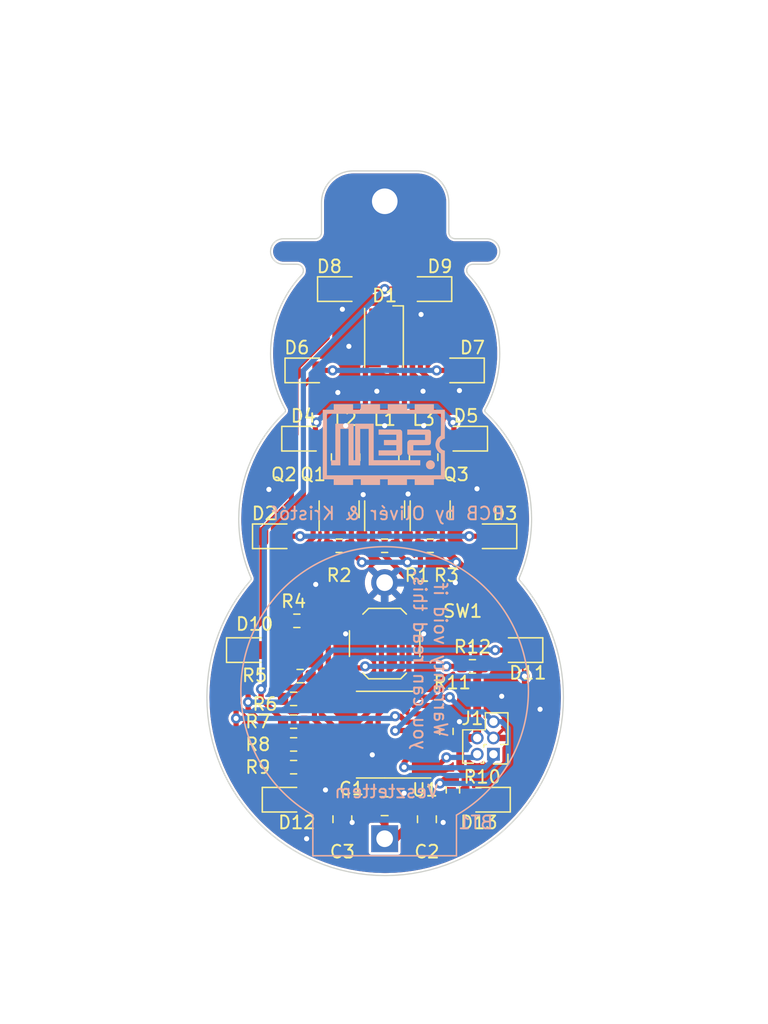
<source format=kicad_pcb>
(kicad_pcb (version 20221018) (generator pcbnew)
  (layers (0 "F.Cu" signal) (31 "B.Cu" signal) (34 "B.Paste" user) (35 "F.Paste" user) (36 "B.SilkS" user "B.Silkscreen") (37 "F.SilkS" user "F.Silkscreen") (38 "B.Mask" user) (39 "F.Mask" user) (44 "Edge.Cuts" user))
  (net 0 "")
  (net 1 "VCC")
  (net 2 "GND")
  (net 3 "/MPX2")
  (net 4 "Net-(D1-BK)")
  (net 5 "/MPX1")
  (net 6 "Net-(D1-GK)")
  (net 7 "Net-(D1-RK)")
  (net 8 "Net-(D2-A)")
  (net 9 "Net-(D4-A)")
  (net 10 "Net-(D6-A)")
  (net 11 "Net-(D8-A)")
  (net 12 "Net-(D10-A)")
  (net 13 "Net-(D12-A)")
  (net 14 "/SWC")
  (net 15 "/SWD")
  (net 16 "/nRST")
  (net 17 "/B")
  (net 18 "/R")
  (net 19 "/G")
  (net 20 "/L1")
  (net 21 "/L2")
  (net 22 "/L3")
  (net 23 "/L4")
  (net 24 "/L5")
  (net 25 "/L6")
  (net 26 "Net-(U1-PB6{slash}PF4-BOOT0)")
  (net 27 "Net-(SW1A-A)")
  (footprint "LED_SMD:LED_0805_2012Metric" (layer "F.Cu") (at 138.684 71.882 180)
    (fp_text reference "D3")
    (fp_text value "LED" hide)
  )
  (footprint "LED_SMD:LED_0805_2012Metric" (layer "F.Cu") (at 126.492 52.578)
    (fp_text reference "D8")
    (fp_text value "LED")
  )
  (footprint "Inductor_SMD:L_1008_2520Metric" (layer "F.Cu") (at 130.048 65.7075 90)
    (fp_text reference "L1")
    (fp_text value "L")
  )
  (footprint "kikit:Tab" (layer "F.Cu") (at 147.32 71.58 180)
    (fp_text reference "T1" hide)
    (fp_text value "Tab")
  )
  (footprint "LED_SMD:LED_0805_2012Metric" (layer "F.Cu") (at 123.952 58.928)
    (fp_text reference "D6")
    (fp_text value "LED" hide)
  )
  (footprint "Resistor_SMD:R_0603_1608Metric" (layer "F.Cu") (at 130.048 72.6245 180)
    (fp_text reference "R1")
    (fp_text value "100k")
  )
  (footprint "Resistor_SMD:R_0603_1608Metric" (layer "F.Cu") (at 135.382 91.694 90)
    (fp_text reference "R10")
    (fp_text value "100k")
  )
  (footprint "kikit:Tab" (layer "F.Cu") (at 111.76 71.58)
    (fp_text reference "T1" hide)
    (fp_text value "Tab")
  )
  (footprint "LED_SMD:LED_0805_2012Metric" (layer "F.Cu") (at 121.412 71.882)
    (fp_text reference "D2")
    (fp_text value "LED" hide)
  )
  (footprint "Resistor_SMD:R_0603_1608Metric" (layer "F.Cu") (at 122.936 88.138)
    (fp_text reference "R8")
    (fp_text value "1k")
  )
  (footprint "Resistor_SMD:R_0603_1608Metric" (layer "F.Cu") (at 134.874 87.122 -90)
    (fp_text reference "R11")
    (fp_text value "100k")
  )
  (footprint "LED_SMD:LED_0805_2012Metric" (layer "F.Cu") (at 122.174 92.456)
    (fp_text reference "D12")
    (fp_text value "LED")
  )
  (footprint "LED_SMD:LED_0805_2012Metric" (layer "F.Cu") (at 133.604 52.578 180)
    (fp_text reference "D9")
    (fp_text value "LED" hide)
  )
  (footprint "LED_SMD:LED_0805_2012Metric" (layer "F.Cu") (at 123.698 64.262)
    (fp_text reference "D4")
    (fp_text value "LED" hide)
  )
  (footprint "kikit:Tab" (layer "F.Cu") (at 130.175 99.588 90)
    (fp_text reference "T1" hide)
    (fp_text value "Tab")
  )
  (footprint "kikit:Tab" (layer "F.Cu") (at 130.048 41.89 -90)
    (fp_text reference "T1" hide)
    (fp_text value "Tab")
  )
  (footprint "LED_SMD:LED_0805_2012Metric" (layer "F.Cu") (at 136.398 64.262 180)
    (fp_text reference "D5")
    (fp_text value "LED")
  )
  (footprint "sajat:SOT-23" (layer "F.Cu") (at 133.604 69.7715 -90)
    (fp_text reference "Q3")
    (fp_text value "AO3401A")
  )
  (footprint "LED_SMD:LED_RGB_Wuerth-PLCC4_3.2x2.8mm_150141M173100" (layer "F.Cu") (at 129.9972 56.388 -90)
    (fp_text reference "D1")
    (fp_text value "LED_ARGB")
  )
  (footprint "karifa:ProgConnector_5pin" (layer "F.Cu") (at 138.547 88.905 180)
    (fp_text reference "J1")
    (fp_text value "Conn_2Rows-05Pins")
  )
  (footprint "Inductor_SMD:L_1008_2520Metric" (layer "F.Cu") (at 127 65.7075 90)
    (fp_text reference "L2")
    (fp_text value "L")
  )
  (footprint "Resistor_SMD:R_0603_1608Metric" (layer "F.Cu") (at 136.906 82.042)
    (fp_text reference "R12")
    (fp_text value "100k")
  )
  (footprint "Resistor_SMD:R_0603_1608Metric" (layer "F.Cu") (at 122.936 86.36)
    (fp_text reference "R7")
    (fp_text value "1k")
  )
  (footprint "sajat:SOT-23" (layer "F.Cu") (at 130.048 69.7715 -90)
    (fp_text reference "Q1")
    (fp_text value "AO3401A")
  )
  (footprint "LED_SMD:LED_0805_2012Metric" (layer "F.Cu") (at 140.716 80.772 180)
    (fp_text reference "D11")
    (fp_text value "LED" hide)
  )
  (footprint "Package_SO:TSSOP-20_4.4x6.5mm_P0.65mm" (layer "F.Cu") (at 130.048 87.376 180)
    (fp_text reference "U1")
    (fp_text value "PY32F002AF15P6TU")
  )
  (footprint "Button_Switch_SMD:SW_SPST_TL3342" (layer "F.Cu") (at 130.048 80.264 180)
    (fp_text reference "SW1")
    (fp_text value "SW_DPST_x2")
  )
  (footprint "Resistor_SMD:R_0603_1608Metric" (layer "F.Cu") (at 133.604 72.6245 180)
    (fp_text reference "R3")
    (fp_text value "100k")
  )
  (footprint "Resistor_SMD:R_0603_1608Metric" (layer "F.Cu") (at 122.936 89.916)
    (fp_text reference "R9")
    (fp_text value "1k")
  )
  (footprint "LED_SMD:LED_0805_2012Metric" (layer "F.Cu") (at 136.144 58.928 180)
    (fp_text reference "D7")
    (fp_text value "LED" hide)
  )
  (footprint "Capacitor_SMD:C_0805_2012Metric" (layer "F.Cu") (at 133.35 93.98 -90)
    (fp_text reference "C2")
    (fp_text value "10uF")
  )
  (footprint "Capacitor_SMD:C_0805_2012Metric" (layer "F.Cu") (at 130.048 92.964 180)
    (fp_text reference "C1")
    (fp_text value "100nF")
  )
  (footprint "LED_SMD:LED_0805_2012Metric" (layer "F.Cu") (at 138.176 92.456 180)
    (fp_text reference "D13")
    (fp_text value "LED")
  )
  (footprint "Capacitor_SMD:C_0805_2012Metric" (layer "F.Cu") (at 126.746 93.98 -90)
    (fp_text reference "C3")
    (fp_text value "10uF")
  )
  (footprint "Resistor_SMD:R_0603_1608Metric" (layer "F.Cu") (at 123.444 82.804)
    (fp_text reference "R5")
    (fp_text value "1k")
  )
  (footprint "sajat:SOT-23" (layer "F.Cu") (at 126.492 69.7715 -90)
    (fp_text reference "Q2")
    (fp_text value "AO3401A")
  )
  (footprint "LED_SMD:LED_0805_2012Metric" (layer "F.Cu") (at 119.38 80.772)
    (fp_text reference "D10")
    (fp_text value "LED")
  )
  (footprint "Resistor_SMD:R_0603_1608Metric" (layer "F.Cu") (at 122.936 84.582)
    (fp_text reference "R6")
    (fp_text value "1k")
  )
  (footprint "Resistor_SMD:R_0603_1608Metric" (layer "F.Cu") (at 126.492 72.6245 180)
    (fp_text reference "R2")
    (fp_text value "100k")
  )
  (footprint "Inductor_SMD:L_1008_2520Metric" (layer "F.Cu") (at 133.096 65.7075 90)
    (fp_text reference "L3")
    (fp_text value "L")
  )
  (footprint "Resistor_SMD:R_0603_1608Metric" (layer "F.Cu") (at 123.19 78.486)
    (fp_text reference "R4")
    (fp_text value "1k")
  )
  (footprint "karifa:CR2032_Holder" (layer "B.Cu") (at 130.048 95.504 90)
    (fp_text reference "BT1")
    (fp_text value "Battery")
  )
  (gr_poly (pts (xy 131.280358 63.549624) (xy 131.3279 63.583731) (xy 131.332982 63.587407) (xy 131.338131 63.591436) (xy 131.343315 63.595782) (xy 131.348506 63.600412) (xy 131.353673 63.605291) (xy 131.358785 63.610382) (xy 131.363813 63.615653) (xy 131.368725 63.621067) (xy 131.373492 63.62659) (xy 131.378083 63.632187) (xy 131.382469 63.637824) (xy 131.386618 63.643465) (xy 131.390501 63.649076) (xy 131.394087 63.654622) (xy 131.397346 63.660068) (xy 131.400247 63.665379) (xy 131.407752 63.683634) (xy 131.413392 63.709288) (xy 131.417434 63.752166) (xy 131.420143 63.822088) (xy 131.42263 64.08236) (xy 131.422985 64.568683) (xy 131.422985 65.421344) (xy 131.396113 65.471987) (xy 131.392563 65.478444) (xy 131.388883 65.484644) (xy 131.385063 65.490595) (xy 131.381095 65.496308) (xy 131.376969 65.50179) (xy 131.372677 65.507051) (xy 131.36821 65.5121) (xy 131.363557 65.516946) (xy 131.358711 65.521598) (xy 131.353662 65.526066) (xy 131.348401 65.530358) (xy 131.342919 65.534484) (xy 131.337207 65.538452) (xy 131.331255 65.542271) (xy 131.325056 65.545952) (xy 131.318599 65.549502) (xy 131.268989 65.576374) (xy 129.572969 65.576374) (xy 129.572969 65.16813) (xy 130.960998 65.16813) (xy 130.960998 64.770221) (xy 129.989481 64.770221) (xy 129.989481 64.361977) (xy 130.960998 64.361977) (xy 130.960998 63.952701) (xy 129.572969 63.952701) (xy 129.572969 63.543423)) (fill solid) (layer "B.SilkS"))
  (gr_poly (pts (xy 132.66942 63.546524) (xy 133.524149 63.549624) (xy 133.571691 63.583731) (xy 133.576773 63.587407) (xy 133.58192 63.591436) (xy 133.5871 63.595782) (xy 133.592281 63.600412) (xy 133.597432 63.605291) (xy 133.602521 63.610382) (xy 133.607517 63.615653) (xy 133.612386 63.621067) (xy 133.617099 63.62659) (xy 133.621621 63.632187) (xy 133.625923 63.637824) (xy 133.629972 63.643465) (xy 133.633737 63.649076) (xy 133.637185 63.654622) (xy 133.640284 63.660068) (xy 133.643004 63.665379) (xy 133.650554 63.682618) (xy 133.656311 63.702716) (xy 133.660518 63.730564) (xy 133.663416 63.771058) (xy 133.665249 63.829089) (xy 133.666259 63.909551) (xy 133.666775 64.157339) (xy 133.666685 64.298149) (xy 133.666523 64.355937) (xy 133.666243 64.406161) (xy 133.66581 64.449457) (xy 133.665195 64.486461) (xy 133.664364 64.517809) (xy 133.663287 64.544137) (xy 133.661932 64.56608) (xy 133.661139 64.575607) (xy 133.660265 64.584275) (xy 133.659306 64.592166) (xy 133.658257 64.599357) (xy 133.657115 64.60593) (xy 133.655875 64.611962) (xy 133.654534 64.617535) (xy 133.653087 64.622727) (xy 133.651531 64.627617) (xy 133.649862 64.632286) (xy 133.646167 64.641276) (xy 133.641971 64.650332) (xy 133.639494 64.655436) (xy 133.636737 64.660645) (xy 133.633735 64.665918) (xy 133.630522 64.671213) (xy 133.627133 64.67649) (xy 133.623604 64.681707) (xy 133.619968 64.686825) (xy 133.616262 64.691802) (xy 133.612519 64.696598) (xy 133.608775 64.701171) (xy 133.605064 64.70548) (xy 133.601421 64.709486) (xy 133.597881 64.713146) (xy 133.594479 64.71642) (xy 133.591249 64.719267) (xy 133.588227 64.721646) (xy 133.56318 64.737086) (xy 133.549458 64.743399) (xy 133.533773 64.748857) (xy 133.515255 64.753521) (xy 133.49303 64.757454) (xy 133.433973 64.763374) (xy 133.349628 64.767115) (xy 133.233016 64.769172) (xy 132.875092 64.770221) (xy 132.290116 64.770221) (xy 132.290116 65.16813) (xy 133.666775 65.16813) (xy 133.666775 65.576374) (xy 131.970755 65.576374) (xy 131.917012 65.541234) (xy 131.90968 65.536591) (xy 131.902786 65.531948) (xy 131.896307 65.527281) (xy 131.890221 65.522566) (xy 131.884503 65.517777) (xy 131.879132 65.512892) (xy 131.874086 65.507886) (xy 131.86934 65.502735) (xy 131.864873 65.497414) (xy 131.860662 65.491899) (xy 131.856684 65.486166) (xy 131.852917 65.480191) (xy 131.849337 65.473949) (xy 131.845922 65.467417) (xy 131.84265 65.46057) (xy 131.839497 65.453384) (xy 131.832244 65.43451) (xy 131.826626 65.41285) (xy 131.822438 65.383875) (xy 131.819473 65.343055) (xy 131.817525 65.285859) (xy 131.816388 65.207759) (xy 131.815726 64.970726) (xy 131.815779 64.831381) (xy 131.815903 64.774513) (xy 131.816146 64.725295) (xy 131.816546 64.683066) (xy 131.817143 64.647163) (xy 131.817976 64.616922) (xy 131.818494 64.603717) (xy 131.819085 64.591679) (xy 131.819755 64.580726) (xy 131.820509 64.570773) (xy 131.821351 64.561739) (xy 131.822287 64.55354) (xy 131.823321 64.546093) (xy 131.824458 64.539316) (xy 131.825704 64.533126) (xy 131.827063 64.527439) (xy 131.828539 64.522174) (xy 131.830139 64.517246) (xy 131.831867 64.512573) (xy 131.833728 64.508073) (xy 131.835726 64.503662) (xy 131.837868 64.499257) (xy 131.842598 64.490136) (xy 131.845843 64.483777) (xy 131.849372 64.477495) (xy 131.85318 64.471291) (xy 131.857261 64.465169) (xy 131.861608 64.459132) (xy 131.866215 64.453183) (xy 131.871077 64.447324) (xy 131.876187 64.44156) (xy 131.88154 64.435892) (xy 131.887128 64.430324) (xy 131.892947 64.424859) (xy 131.898989 64.4195) (xy 131.90525 64.41425) (xy 131.911723 64.409113) (xy 131.918401 64.40409) (xy 131.92528 64.399185) (xy 131.980057 64.361977) (xy 133.203755 64.361977) (xy 133.203755 63.952701) (xy 131.815726 63.952701) (xy 131.815726 63.543423)) (fill solid) (layer "B.SilkS"))
  (gr_poly (pts (xy 127.618566 65.939142) (xy 127.74569 65.939142) (xy 127.74569 63.08867) (xy 129.191597 63.08867) (xy 129.191597 65.939142) (xy 132.833751 65.939142) (xy 132.833751 66.347386) (xy 128.797822 66.347386) (xy 128.797822 63.496914) (xy 128.138431 63.496914) (xy 128.138431 66.347386) (xy 127.225826 66.347386) (xy 127.225826 63.496914) (xy 126.589172 63.496914) (xy 126.589172 66.347386) (xy 125.860534 66.347386) (xy 125.860534 65.939142) (xy 126.196431 65.939142) (xy 126.196431 63.08867) (xy 127.618566 63.08867)) (fill solid) (layer "B.SilkS"))
  (gr_poly (pts (xy 133.628882 65.945951) (xy 133.641102 65.94668) (xy 133.65334 65.947798) (xy 133.66548 65.949292) (xy 133.677409 65.951147) (xy 133.689011 65.95335) (xy 133.700171 65.955889) (xy 133.710774 65.958748) (xy 133.720705 65.961914) (xy 133.729848 65.965374) (xy 133.738089 65.969114) (xy 133.741405 65.970833) (xy 133.744749 65.972496) (xy 133.748102 65.974095) (xy 133.751444 65.975623) (xy 133.754756 65.977072) (xy 133.758019 65.978435) (xy 133.761211 65.979704) (xy 133.764315 65.980871) (xy 133.767309 65.98193) (xy 133.770175 65.982872) (xy 133.772892 65.983689) (xy 133.775441 65.984375) (xy 133.777803 65.984922) (xy 133.779957 65.985322) (xy 133.781884 65.985568) (xy 133.783564 65.985651) (xy 133.784869 65.985782) (xy 133.786443 65.986168) (xy 133.788265 65.986796) (xy 133.790314 65.987654) (xy 133.79257 65.98873) (xy 133.79501 65.990011) (xy 133.797613 65.991487) (xy 133.800359 65.993144) (xy 133.803226 65.994971) (xy 133.806193 65.996955) (xy 133.809239 65.999085) (xy 133.812342 66.001348) (xy 133.815481 66.003732) (xy 133.818636 66.006225) (xy 133.821784 66.008815) (xy 133.824905 66.01149) (xy 133.8453 66.030321) (xy 133.863895 66.048535) (xy 133.880754 66.066264) (xy 133.895944 66.083643) (xy 133.909529 66.100803) (xy 133.921575 66.117878) (xy 133.932145 66.135002) (xy 133.941306 66.152308) (xy 133.949123 66.169928) (xy 133.955661 66.187997) (xy 133.960984 66.206647) (xy 133.965158 66.226011) (xy 133.968248 66.246223) (xy 133.97032 66.267417) (xy 133.971437 66.289725) (xy 133.971666 66.31328) (xy 133.970954 66.334844) (xy 133.969035 66.355916) (xy 133.965942 66.376474) (xy 133.961709 66.396491) (xy 133.95637 66.415943) (xy 133.949959 66.434807) (xy 133.942509 66.453056) (xy 133.934056 66.470667) (xy 133.924632 66.487614) (xy 133.914271 66.503874) (xy 133.903008 66.519422) (xy 133.890876 66.534233) (xy 133.877909 66.548282) (xy 133.864141 66.561545) (xy 133.849605 66.573997) (xy 133.834337 66.585615) (xy 133.818369 66.596372) (xy 133.801735 66.606244) (xy 133.784469 66.615208) (xy 133.766606 66.623237) (xy 133.748179 66.630309) (xy 133.729222 66.636397) (xy 133.709768 66.641478) (xy 133.689853 66.645527) (xy 133.669509 66.648519) (xy 133.64877 66.650429) (xy 133.62767 66.651234) (xy 133.606244 66.650908) (xy 133.584525 66.649427) (xy 133.562546 66.646767) (xy 133.540343 66.642902) (xy 133.517948 66.637808) (xy 133.505909 66.634651) (xy 133.494552 66.631356) (xy 133.483807 66.627879) (xy 133.473603 66.624178) (xy 133.463872 66.62021) (xy 133.454543 66.615934) (xy 133.445548 66.611306) (xy 133.436816 66.606285) (xy 133.428277 66.600828) (xy 133.419863 66.594892) (xy 133.411503 66.588435) (xy 133.403129 66.581416) (xy 133.394669 66.57379) (xy 133.386055 66.565517) (xy 133.377217 66.556553) (xy 133.368086 66.546857) (xy 133.352318 66.528819) (xy 133.337962 66.510003) (xy 133.325027 66.490458) (xy 133.313519 66.470231) (xy 133.303446 66.449367) (xy 133.294816 66.427915) (xy 133.287637 66.40592) (xy 133.281915 66.38343) (xy 133.277659 66.360493) (xy 133.274876 66.337154) (xy 133.273574 66.313461) (xy 133.27376 66.28946) (xy 133.275442 66.265199) (xy 133.278627 66.240725) (xy 133.283323 66.216084) (xy 133.289537 66.191323) (xy 133.296496 66.170361) (xy 133.305289 66.149776) (xy 133.31581 66.129658) (xy 133.327956 66.110095) (xy 133.341621 66.091173) (xy 133.356703 66.07298) (xy 133.373095 66.055606) (xy 133.390694 66.039136) (xy 133.409395 66.02366) (xy 133.429094 66.009265) (xy 133.449686 65.996038) (xy 133.471067 65.984069) (xy 133.493133 65.973443) (xy 133.515778 65.96425) (xy 133.538898 65.956577) (xy 133.562389 65.950511) (xy 133.572083 65.948619) (xy 133.582486 65.947199) (xy 133.593483 65.946235) (xy 133.604957 65.945715) (xy 133.616796 65.945625)) (fill solid) (layer "B.SilkS"))
  (gr_poly (pts (xy 127.583426 62.001399) (xy 128.18494 62.001399) (xy 128.18494 61.569383) (xy 129.688724 61.569383) (xy 129.688724 62.001399) (xy 130.290238 62.001399) (xy 130.290238 61.569383) (xy 131.792988 61.569383) (xy 131.792988 62.001399) (xy 132.394502 62.001399) (xy 132.394502 61.569383) (xy 133.897253 61.569383) (xy 133.897253 62.001399) (xy 134.753014 62.001399) (xy 134.753014 64.253457) (xy 134.6817 64.274128) (xy 134.662971 64.279619) (xy 134.645814 64.284917) (xy 134.630055 64.290122) (xy 134.615522 64.295331) (xy 134.602044 64.300643) (xy 134.589446 64.306157) (xy 134.577557 64.31197) (xy 134.566204 64.318182) (xy 134.555214 64.32489) (xy 134.544415 64.332193) (xy 134.533634 64.34019) (xy 134.522699 64.348978) (xy 134.511437 64.358656) (xy 134.499675 64.369323) (xy 134.487241 64.381078) (xy 134.473962 64.394017) (xy 134.466103 64.401669) (xy 134.458424 64.409502) (xy 134.450937 64.417501) (xy 134.44365 64.425653) (xy 134.436576 64.433944) (xy 134.429724 64.442361) (xy 134.423105 64.45089) (xy 134.41673 64.459517) (xy 134.410609 64.468229) (xy 134.404753 64.477012) (xy 134.399173 64.485853) (xy 134.393879 64.494738) (xy 134.388882 64.503653) (xy 134.384192 64.512584) (xy 134.37982 64.521519) (xy 134.375776 64.530443) (xy 134.366047 64.552652) (xy 134.361978 64.562686) (xy 134.3584 64.572269) (xy 134.355282 64.581597) (xy 134.352595 64.590868) (xy 134.350307 64.600278) (xy 134.348388 64.610025) (xy 134.346808 64.620304) (xy 134.345538 64.631313) (xy 134.344546 64.643248) (xy 134.343802 64.656307) (xy 134.342938 64.686582) (xy 134.342704 64.723713) (xy 134.342863 64.762555) (xy 134.343133 64.778919) (xy 134.343592 64.793573) (xy 134.344287 64.806761) (xy 134.345265 64.818729) (xy 134.346573 64.829722) (xy 134.348259 64.839985) (xy 134.350368 64.849763) (xy 134.352948 64.859303) (xy 134.356046 64.868848) (xy 134.359708 64.878645) (xy 134.363982 64.888938) (xy 134.368915 64.899974) (xy 134.380944 64.925251) (xy 134.384958 64.933283) (xy 134.389224 64.941448) (xy 134.393702 64.949686) (xy 134.398352 64.957936) (xy 134.408013 64.97423) (xy 134.417892 64.989846) (xy 134.422815 64.997249) (xy 134.427675 65.0043) (xy 134.432431 65.010939) (xy 134.437045 65.017106) (xy 134.441477 65.02274) (xy 134.445689 65.02778) (xy 134.44964 65.032167) (xy 134.453291 65.035839) (xy 134.48536 65.066798) (xy 134.499375 65.079847) (xy 134.51238 65.091471) (xy 134.524627 65.101818) (xy 134.536371 65.111034) (xy 134.547863 65.119265) (xy 134.559357 65.12666) (xy 134.571105 65.133364) (xy 134.58336 65.139524) (xy 134.596375 65.145288) (xy 134.610403 65.150802) (xy 134.625697 65.156213) (xy 134.642509 65.161668) (xy 134.6817 65.173298) (xy 134.753014 65.195002) (xy 134.753014 67.434658) (xy 133.897253 67.434658) (xy 133.897253 67.878042) (xy 132.394502 67.878042) (xy 132.394502 67.434658) (xy 131.792988 67.434658) (xy 131.792988 67.878042) (xy 130.290238 67.878042) (xy 130.290238 67.434658) (xy 129.688724 67.434658) (xy 129.688724 67.878042) (xy 128.18494 67.878042) (xy 128.18494 67.434658) (xy 127.583426 67.434658) (xy 127.583426 67.878042) (xy 126.069307 67.878042) (xy 126.069307 67.434658) (xy 125.213545 67.434658) (xy 125.213545 67.119432) (xy 125.53704 67.119432) (xy 134.440888 67.119432) (xy 134.440888 66.265737) (xy 134.440275 65.900982) (xy 134.438304 65.633605) (xy 134.43675 65.538159) (xy 134.434784 65.469129) (xy 134.432382 65.427204) (xy 134.43101 65.416623) (xy 134.43028 65.413964) (xy 134.429519 65.413076) (xy 134.428219 65.412862) (xy 134.426282 65.412234) (xy 134.42067 65.40983) (xy 134.413024 65.406045) (xy 134.403681 65.401061) (xy 134.392983 65.39506) (xy 134.381267 65.388223) (xy 134.368872 65.380732) (xy 134.356139 65.372769) (xy 134.32439 65.350872) (xy 134.293899 65.327091) (xy 134.264713 65.301507) (xy 134.23688 65.274196) (xy 134.210445 65.245238) (xy 134.185456 65.214711) (xy 134.161959 65.182695) (xy 134.140003 65.149268) (xy 134.119633 65.114509) (xy 134.100896 65.078496) (xy 134.08384 65.041308) (xy 134.068512 65.003024) (xy 134.054957 64.963722) (xy 134.043225 64.923482) (xy 134.03336 64.882383) (xy 134.02541 64.840501) (xy 134.019832 64.800268) (xy 134.016633 64.759507) (xy 134.015772 64.71837) (xy 134.017207 64.67701) (xy 134.020894 64.635577) (xy 134.026791 64.594223) (xy 134.034856 64.553099) (xy 134.045047 64.512356) (xy 134.057321 64.472146) (xy 134.071636 64.432621) (xy 134.08795 64.393931) (xy 134.106219 64.356229) (xy 134.126402 64.319665) (xy 134.148457 64.28439) (xy 134.17234 64.250557) (xy 134.198009 64.218317) (xy 134.205222 64.209844) (xy 134.21284 64.201161) (xy 134.220757 64.192372) (xy 134.22887 64.183581) (xy 134.245263 64.166413) (xy 134.253334 64.158244) (xy 134.261184 64.150492) (xy 134.268706 64.143261) (xy 134.275796 64.136654) (xy 134.282351 64.130778) (xy 134.288265 64.125736) (xy 134.293435 64.121632) (xy 134.297755 64.118572) (xy 134.299564 64.117465) (xy 134.301121 64.116659) (xy 134.302414 64.116165) (xy 134.303429 64.115998) (xy 134.304454 64.115784) (xy 134.305959 64.115156) (xy 134.307914 64.114138) (xy 134.310293 64.112752) (xy 134.316201 64.108967) (xy 134.323454 64.103983) (xy 134.331821 64.097982) (xy 134.341072 64.091145) (xy 134.350978 64.083654) (xy 134.361307 64.07569) (xy 134.366558 64.071479) (xy 134.371822 64.067386) (xy 134.377065 64.063432) (xy 134.382252 64.059638) (xy 134.387348 64.056026) (xy 134.392319 64.052618) (xy 134.397129 64.049433) (xy 134.401744 64.046493) (xy 134.406128 64.04382) (xy 134.410248 64.041434) (xy 134.414068 64.039358) (xy 134.417554 64.037611) (xy 134.420669 64.036216) (xy 134.423381 64.035193) (xy 134.425654 64.034564) (xy 134.426615 64.034403) (xy 134.427453 64.034349) (xy 134.429307 64.032164) (xy 134.430997 64.025296) (xy 134.433912 63.99564) (xy 134.438046 63.859554) (xy 134.440242 63.596149) (xy 134.440888 63.175487) (xy 134.440888 62.316625) (xy 125.53704 62.316625) (xy 125.53704 67.119432) (xy 125.213545 67.119432) (xy 125.213545 62.001399) (xy 126.069307 62.001399) (xy 126.069307 61.569383) (xy 127.583426 61.569383)) (fill solid) (layer "B.SilkS"))
  (gr_poly locked (pts (xy 132.702533 43.350959) (xy 132.828747 43.360571) (xy 132.953136 43.376398) (xy 133.075543 43.398284) (xy 133.19581 43.426073) (xy 133.313782 43.459607) (xy 133.4293 43.49873) (xy 133.542209 43.543285) (xy 133.652352 43.593116) (xy 133.759571 43.648064) (xy 133.86371 43.707974) (xy 133.964612 43.772689) (xy 134.062121 43.842052) (xy 134.156079 43.915907) (xy 134.24633 43.994095) (xy 134.332717 44.076461) (xy 134.415084 44.162849) (xy 134.493272 44.2531) (xy 134.567127 44.347058) (xy 134.63649 44.444567) (xy 134.701205 44.545469) (xy 134.761115 44.649609) (xy 134.816064 44.756828) (xy 134.865894 44.866971) (xy 134.910449 44.97988) (xy 134.949572 45.095399) (xy 134.983107 45.21337) (xy 135.010896 45.333638) (xy 135.032782 45.456045) (xy 135.04861 45.580435) (xy 135.058221 45.70665) (xy 135.06146 45.834535) (xy 135.06146 48.148282) (xy 135.062071 48.172944) (xy 135.063895 48.197439) (xy 135.066913 48.221728) (xy 135.071108 48.245769) (xy 135.076464 48.26952) (xy 135.082964 48.292941) (xy 135.090589 48.315991) (xy 135.099324 48.338628) (xy 135.109151 48.360812) (xy 135.120053 48.3825) (xy 135.132013 48.403653) (xy 135.145014 48.424229) (xy 135.159039 48.444186) (xy 135.17407 48.463485) (xy 135.19009 48.482083) (xy 135.207083 48.499939) (xy 135.224974 48.516969) (xy 135.243597 48.533021) (xy 135.262912 48.54808) (xy 135.28288 48.562128) (xy 135.30346 48.575148) (xy 135.324612 48.587125) (xy 135.346296 48.59804) (xy 135.368471 48.607877) (xy 135.391098 48.61662) (xy 135.414135 48.624252) (xy 135.437543 48.630756) (xy 135.461282 48.636114) (xy 135.485312 48.640312) (xy 135.509592 48.64333) (xy 135.534081 48.645154) (xy 135.558741 48.645765) (xy 138.045554 48.645765) (xy 138.096719 48.647061) (xy 138.147215 48.650904) (xy 138.196979 48.657234) (xy 138.245949 48.665988) (xy 138.294063 48.677101) (xy 138.341258 48.690513) (xy 138.38747 48.706161) (xy 138.432637 48.723981) (xy 138.476698 48.743911) (xy 138.519588 48.765888) (xy 138.561246 48.78985) (xy 138.601608 48.815734) (xy 138.640612 48.843477) (xy 138.678195 48.873017) (xy 138.714296 48.904291) (xy 138.74885 48.937237) (xy 138.781795 48.971791) (xy 138.813069 49.007891) (xy 138.842609 49.045475) (xy 138.870352 49.084479) (xy 138.896237 49.124841) (xy 138.920199 49.166498) (xy 138.942176 49.209389) (xy 138.962106 49.253449) (xy 138.979926 49.298617) (xy 138.995573 49.344829) (xy 139.008985 49.392023) (xy 139.020099 49.440137) (xy 139.028852 49.489107) (xy 139.035182 49.538872) (xy 139.039026 49.589368) (xy 139.040321 49.640532) (xy 139.039026 49.691678) (xy 139.035182 49.742157) (xy 139.028852 49.791906) (xy 139.020099 49.840861) (xy 139.008985 49.888961) (xy 138.995573 49.936142) (xy 138.979926 49.982343) (xy 138.962106 50.027499) (xy 138.942176 50.071549) (xy 138.920199 50.11443) (xy 138.896237 50.156079) (xy 138.870352 50.196434) (xy 138.842609 50.235431) (xy 138.813069 50.273008) (xy 138.781795 50.309102) (xy 138.74885 50.343651) (xy 138.714296 50.376592) (xy 138.678195 50.407863) (xy 138.640612 50.437399) (xy 138.601608 50.46514) (xy 138.561246 50.491021) (xy 138.519588 50.514981) (xy 138.476698 50.536957) (xy 138.432637 50.556885) (xy 138.38747 50.574704) (xy 138.341258 50.590351) (xy 138.294063 50.603762) (xy 138.245949 50.614876) (xy 138.196979 50.623629) (xy 138.147215 50.629959) (xy 138.096719 50.633802) (xy 138.045554 50.635098) (xy 136.946337 50.635098) (xy 136.910208 50.636438) (xy 136.874633 50.640409) (xy 136.839729 50.646932) (xy 136.805615 50.65593) (xy 136.772406 50.667325) (xy 136.740221 50.681041) (xy 136.709176 50.697) (xy 136.679389 50.715124) (xy 136.650978 50.735337) (xy 136.62406 50.75756) (xy 136.598751 50.781716) (xy 136.575169 50.807729) (xy 136.553433 50.83552) (xy 136.533657 50.865012) (xy 136.515962 50.896128) (xy 136.500462 50.92879) (xy 136.487423 50.96251) (xy 136.477014 50.996759) (xy 136.469212 51.031399) (xy 136.463993 51.066292) (xy 136.461332 51.101298) (xy 136.461205 51.136281) (xy 136.463589 51.1711) (xy 136.46846 51.205619) (xy 136.475793 51.239699) (xy 136.485565 51.273201) (xy 136.497751 51.305987) (xy 136.512328 51.337919) (xy 136.529272 51.368859) (xy 136.548558 51.398667) (xy 136.570163 51.427207) (xy 136.594062 51.454339) (xy 136.8715 51.761282) (xy 137.13467 52.080858) (xy 137.38307 52.412561) (xy 137.616201 52.755885) (xy 137.833561 53.110326) (xy 138.034648 53.475377) (xy 138.218962 53.850533) (xy 138.386001 54.235289) (xy 138.535266 54.629138) (xy 138.666254 55.031576) (xy 138.778465 55.442097) (xy 138.871397 55.860195) (xy 138.94455 56.285365) (xy 138.997422 56.717101) (xy 139.029513 57.154898) (xy 139.040321 57.59825) (xy 139.035498 57.894639) (xy 139.021127 58.188628) (xy 138.997359 58.480068) (xy 138.964343 58.76881) (xy 138.922228 59.054705) (xy 138.871163 59.337605) (xy 138.811298 59.617361) (xy 138.742783 59.893824) (xy 138.665766 60.166845) (xy 138.580397 60.436275) (xy 138.486826 60.701966) (xy 138.385202 60.963769) (xy 138.275674 61.221534) (xy 138.158392 61.475114) (xy 138.033505 61.724358) (xy 137.901162 61.96912) (xy 137.897096 61.976649) (xy 137.893384 61.984289) (xy 137.887013 61.999862) (xy 137.882036 62.015752) (xy 137.878441 62.031874) (xy 137.876214 62.04814) (xy 137.875342 62.064466) (xy 137.875811 62.080764) (xy 137.877609 62.09695) (xy 137.880722 62.112936) (xy 137.885137 62.128637) (xy 137.890841 62.143966) (xy 137.89782 62.158838) (xy 137.906062 62.173166) (xy 137.915554 62.186864) (xy 137.926281 62.199846) (xy 137.932104 62.206042) (xy 137.938231 62.212027) (xy 138.342617 62.613247) (xy 138.726751 63.034043) (xy 139.089828 63.473609) (xy 139.431043 63.93114) (xy 139.74959 64.405829) (xy 140.044664 64.89687) (xy 140.315458 65.403459) (xy 140.561168 65.924788) (xy 140.780988 66.460053) (xy 140.974112 67.008446) (xy 141.139734 67.569164) (xy 141.27705 68.141399) (xy 141.385254 68.724345) (xy 141.463539 69.317198) (xy 141.511101 69.919151) (xy 141.527134 70.529398) (xy 141.523143 70.834209) (xy 141.511234 71.137063) (xy 141.49151 71.43786) (xy 141.464068 71.7365) (xy 141.42901 72.032884) (xy 141.386435 72.326913) (xy 141.336443 72.618486) (xy 141.279134 72.907504) (xy 141.214608 73.193868) (xy 141.142964 73.477478) (xy 141.064303 73.758233) (xy 140.978725 74.036036) (xy 140.886329 74.310785) (xy 140.787215 74.582382) (xy 140.681484 74.850727) (xy 140.569234 75.11572) (xy 140.563907 75.129098) (xy 140.559594 75.142697) (xy 140.556288 75.156465) (xy 140.553981 75.170348) (xy 140.552666 75.184295) (xy 140.552334 75.198252) (xy 140.552977 75.212168) (xy 140.554589 75.22599) (xy 140.557161 75.239665) (xy 140.560684 75.253142) (xy 140.565153 75.266367) (xy 140.570558 75.279288) (xy 140.576892 75.291852) (xy 140.584146 75.304008) (xy 140.592314 75.315703) (xy 140.601388 75.326884) (xy 140.989955 75.794014) (xy 141.358222 76.278002) (xy 141.70553 76.778191) (xy 142.031221 77.293922) (xy 142.334639 77.824538) (xy 142.615123 78.36938) (xy 142.872018 78.927791) (xy 143.104664 79.499112) (xy 143.312404 80.082686) (xy 143.49458 80.677855) (xy 143.650534 81.28396) (xy 143.779608 81.900344) (xy 143.881145 82.526349) (xy 143.954485 83.161317) (xy 143.998972 83.804589) (xy 144.013947 84.455509) (xy 143.995812 85.171684) (xy 143.941991 85.87851) (xy 143.853362 86.575109) (xy 143.730803 87.260602) (xy 143.575192 87.934113) (xy 143.387407 88.594764) (xy 143.168326 89.241675) (xy 142.918827 89.873971) (xy 142.639787 90.490771) (xy 142.332085 91.0912) (xy 141.996598 91.674378) (xy 141.634204 92.239429) (xy 141.245781 92.785473) (xy 140.832207 93.311634) (xy 140.39436 93.817033) (xy 139.933118 94.300793) (xy 139.449358 94.762035) (xy 138.943959 95.199882) (xy 138.417798 95.613455) (xy 137.871753 96.001878) (xy 137.306703 96.364272) (xy 136.723524 96.699759) (xy 136.123096 97.007461) (xy 135.506295 97.2865) (xy 134.874 97.536) (xy 134.227089 97.75508) (xy 133.566439 97.942865) (xy 132.892928 98.098476) (xy 132.207435 98.221034) (xy 131.510836 98.309663) (xy 130.804011 98.363484) (xy 130.087836 98.381619) (xy 129.371661 98.363484) (xy 128.664836 98.309663) (xy 127.968237 98.221034) (xy 127.282743 98.098476) (xy 126.609233 97.942865) (xy 125.948582 97.75508) (xy 125.301671 97.536) (xy 124.669375 97.2865) (xy 124.052575 97.007461) (xy 123.452146 96.699759) (xy 122.868967 96.364272) (xy 122.303917 96.001878) (xy 121.757872 95.613455) (xy 121.231711 95.199882) (xy 120.726312 94.762035) (xy 120.242552 94.300793) (xy 119.78131 93.817033) (xy 119.343462 93.311634) (xy 118.929888 92.785473) (xy 118.541465 92.239429) (xy 118.179071 91.674378) (xy 117.843584 91.0912) (xy 117.535882 90.490771) (xy 117.256842 89.873971) (xy 117.007342 89.241675) (xy 116.788261 88.594764) (xy 116.600476 87.934113) (xy 116.444866 87.260602) (xy 116.322307 86.575109) (xy 116.233678 85.87851) (xy 116.179857 85.171684) (xy 116.161722 84.455509) (xy 116.176697 83.804589) (xy 116.221183 83.161317) (xy 116.294524 82.526349) (xy 116.39606 81.900344) (xy 116.525135 81.28396) (xy 116.681089 80.677855) (xy 116.863265 80.082686) (xy 117.071005 79.499112) (xy 117.303651 78.927791) (xy 117.560546 78.36938) (xy 117.84103 77.824538) (xy 118.144447 77.293922) (xy 118.470139 76.778191) (xy 118.817446 76.278002) (xy 119.185713 75.794014) (xy 119.57428 75.326884) (xy 119.583353 75.315703) (xy 119.591521 75.304008) (xy 119.598776 75.291852) (xy 119.60511 75.279288) (xy 119.610515 75.266367) (xy 119.614983 75.253142) (xy 119.618507 75.239665) (xy 119.621078 75.22599) (xy 119.62269 75.212168) (xy 119.623333 75.198252) (xy 119.623001 75.184295) (xy 119.621686 75.170348) (xy 119.619379 75.156465) (xy 119.616074 75.142697) (xy 119.611761 75.129098) (xy 119.606434 75.11572) (xy 119.494185 74.850727) (xy 119.388454 74.582382) (xy 119.289341 74.310785) (xy 119.196945 74.036036) (xy 119.111367 73.758233) (xy 119.032706 73.477478) (xy 118.961062 73.193868) (xy 118.896536 72.907504) (xy 118.839227 72.618486) (xy 118.789235 72.326913) (xy 118.74666 72.032884) (xy 118.711601 71.7365) (xy 118.68416 71.43786) (xy 118.664435 71.137063) (xy 118.652527 70.834209) (xy 118.648536 70.529398) (xy 118.664569 69.919151) (xy 118.712131 69.317198) (xy 118.790417 68.724345) (xy 118.898623 68.141399) (xy 119.035941 67.569164) (xy 119.201568 67.008446) (xy 119.394698 66.460053) (xy 119.614526 65.924788) (xy 119.860246 65.403459) (xy 120.131054 64.89687) (xy 120.426143 64.405829) (xy 120.74471 63.93114) (xy 121.085947 63.473609) (xy 121.449052 63.034043) (xy 121.833217 62.613247) (xy 122.237638 62.212027) (xy 122.243765 62.206043) (xy 122.249587 62.199849) (xy 122.255102 62.193455) (xy 122.260308 62.186872) (xy 122.265205 62.180112) (xy 122.26979 62.173183) (xy 122.274062 62.166098) (xy 122.278019 62.158867) (xy 122.28166 62.1515) (xy 122.284984 62.144008) (xy 122.287987 62.136401) (xy 122.29067 62.128691) (xy 122.293031 62.120888) (xy 122.295067 62.113003) (xy 122.296778 62.105045) (xy 122.298161 62.097027) (xy 122.299216 62.088959) (xy 122.29994 62.08085) (xy 122.300333 62.072713) (xy 122.300391 62.064557) (xy 122.300115 62.056393) (xy 122.299502 62.048232) (xy 122.298551 62.040084) (xy 122.297259 62.031961) (xy 122.295627 62.023872) (xy 122.293651 62.015829) (xy 122.291331 62.007842) (xy 122.288665 61.999921) (xy 122.285651 61.992078) (xy 122.282288 61.984323) (xy 122.278574 61.976667) (xy 122.274508 61.96912) (xy 122.142165 61.724358) (xy 122.017278 61.475114) (xy 121.899996 61.221534) (xy 121.790468 60.963769) (xy 121.688843 60.701966) (xy 121.595272 60.436275) (xy 121.509903 60.166845) (xy 121.432886 59.893824) (xy 121.36437 59.617361) (xy 121.304505 59.337605) (xy 121.25344 59.054705) (xy 121.211325 58.76881) (xy 121.178308 58.480068) (xy 121.15454 58.188628) (xy 121.14017 57.894639) (xy 121.135346 57.59825) (xy 121.146071 57.156641) (xy 121.177913 56.720536) (xy 121.230375 56.290434) (xy 121.302959 55.866833) (xy 121.395165 55.45023) (xy 121.506497 55.041124) (xy 121.636457 54.640012) (xy 121.784546 54.247394) (xy 121.950266 53.863766) (xy 122.13312 53.489627) (xy 122.332609 53.125475) (xy 122.548235 52.771808) (xy 122.7795 52.429124) (xy 123.025907 52.097921) (xy 123.286957 51.778697) (xy 123.562152 51.471951) (xy 123.586379 51.444197) (xy 123.608277 51.415024) (xy 123.627821 51.384572) (xy 123.644985 51.352981) (xy 123.659744 51.320391) (xy 123.672073 51.286943) (xy 123.681946 51.252778) (xy 123.689339 51.218035) (xy 123.694227 51.182856) (xy 123.696583 51.147381) (xy 123.696383 51.111749) (xy 123.693602 51.076102) (xy 123.688215 51.04058) (xy 123.680196 51.005323) (xy 123.669519 50.970472) (xy 123.656161 50.936168) (xy 123.648535 50.919363) (xy 123.640335 50.902941) (xy 123.631577 50.886912) (xy 123.622276 50.871286) (xy 123.612447 50.856073) (xy 123.602103 50.841283) (xy 123.591261 50.826924) (xy 123.579936 50.813008) (xy 123.568141 50.799545) (xy 123.555892 50.786543) (xy 123.543204 50.774013) (xy 123.530092 50.761965) (xy 123.516571 50.750408) (xy 123.502655 50.739353) (xy 123.488359 50.728809) (xy 123.473699 50.718786) (xy 123.458689 50.709294) (xy 123.443344 50.700343) (xy 123.427678 50.691943) (xy 123.411708 50.684104) (xy 123.395448 50.676835) (xy 123.378912 50.670146) (xy 123.362115 50.664048) (xy 123.345073 50.65855) (xy 123.3278 50.653661) (xy 123.310312 50.649393) (xy 123.292622 50.645754) (xy 123.274747 50.642754) (xy 123.2567 50.640404) (xy 123.238497 50.638713) (xy 123.220153 50.637692) (xy 123.201682 50.637349) (xy 122.130114 50.635098) (xy 122.07895 50.633802) (xy 122.028454 50.629959) (xy 121.97869 50.623629) (xy 121.92972 50.614876) (xy 121.881606 50.603762) (xy 121.834411 50.590351) (xy 121.788199 50.574704) (xy 121.743031 50.556885) (xy 121.698971 50.536957) (xy 121.656081 50.514981) (xy 121.614423 50.491021) (xy 121.574061 50.46514) (xy 121.535057 50.437399) (xy 121.497473 50.407863) (xy 121.461373 50.376592) (xy 121.426819 50.343651) (xy 121.393873 50.309102) (xy 121.362599 50.273008) (xy 121.333059 50.235431) (xy 121.305316 50.196434) (xy 121.279432 50.156079) (xy 121.255469 50.11443) (xy 121.233492 50.071549) (xy 121.213562 50.027499) (xy 121.195742 49.982343) (xy 121.180095 49.936142) (xy 121.166683 49.888961) (xy 121.155569 49.840861) (xy 121.146815 49.791906) (xy 121.140485 49.742157) (xy 121.136642 49.691678) (xy 121.135346 49.640532) (xy 121.136642 49.589368) (xy 121.140485 49.538872) (xy 121.146815 49.489107) (xy 121.155569 49.440137) (xy 121.166683 49.392023) (xy 121.180095 49.344829) (xy 121.195742 49.298617) (xy 121.213562 49.253449) (xy 121.233492 49.209389) (xy 121.255469 49.166498) (xy 121.279432 49.124841) (xy 121.305316 49.084479) (xy 121.333059 49.045475) (xy 121.362599 49.007891) (xy 121.393873 48.971791) (xy 121.426819 48.937237) (xy 121.461373 48.904291) (xy 121.497473 48.873017) (xy 121.535057 48.843477) (xy 121.574061 48.815734) (xy 121.614423 48.78985) (xy 121.656081 48.765888) (xy 121.698971 48.743911) (xy 121.743031 48.723981) (xy 121.788199 48.706161) (xy 121.834411 48.690513) (xy 121.881606 48.677101) (xy 121.92972 48.665988) (xy 121.97869 48.657234) (xy 122.028454 48.650904) (xy 122.07895 48.647061) (xy 122.130114 48.645765) (xy 124.616926 48.645765) (xy 124.641588 48.645154) (xy 124.666084 48.64333) (xy 124.690373 48.640312) (xy 124.714413 48.636114) (xy 124.738165 48.630756) (xy 124.761586 48.624252) (xy 124.784636 48.61662) (xy 124.807273 48.607877) (xy 124.829457 48.59804) (xy 124.851146 48.587125) (xy 124.872299 48.575148) (xy 124.892875 48.562128) (xy 124.912833 48.54808) (xy 124.932132 48.533021) (xy 124.950731 48.516969) (xy 124.968588 48.499939) (xy 124.985581 48.482083) (xy 125.001601 48.463485) (xy 125.016631 48.444186) (xy 125.030655 48.424229) (xy 125.043655 48.403653) (xy 125.055615 48.3825) (xy 125.066517 48.360812) (xy 125.076343 48.338628) (xy 125.085078 48.315991) (xy 125.092703 48.292941) (xy 125.099203 48.26952) (xy 125.104558 48.245769) (xy 125.108754 48.221728) (xy 125.111772 48.197439) (xy 125.113595 48.172944) (xy 125.114207 48.148282) (xy 125.114207 45.834535) (xy 125.117445 45.70665) (xy 125.127057 45.580435) (xy 125.142884 45.456045) (xy 125.16477 45.333638) (xy 125.192559 45.21337) (xy 125.226094 45.095399) (xy 125.265217 44.97988) (xy 125.309772 44.866971) (xy 125.359603 44.756828) (xy 125.414551 44.649609) (xy 125.474462 44.545469) (xy 125.539177 44.444567) (xy 125.60854 44.347058) (xy 125.682395 44.2531) (xy 125.760583 44.162849) (xy 125.84295 44.076461) (xy 125.929337 43.994095) (xy 126.019588 43.915907) (xy 126.113547 43.842052) (xy 126.211055 43.772689) (xy 126.311958 43.707974) (xy 126.416097 43.648064) (xy 126.523317 43.593116) (xy 126.633459 43.543285) (xy 126.746368 43.49873) (xy 126.861887 43.459607) (xy 126.979858 43.426073) (xy 127.100126 43.398284) (xy 127.222533 43.376398) (xy 127.346922 43.360571) (xy 127.473137 43.350959) (xy 127.601021 43.347721) (xy 132.574649 43.347721)) (stroke (width 0.1)) (fill none) (layer "Edge.Cuts"))
  (gr_text "Warranty void if\nyou can read this." (at 133.604 81.534 -90) (layer "B.SilkS") (effects (font (size 1 1)) (justify mirror)))
  (gr_text "PCB by Olivér & Kristóf" (at 130.302 70.104) (layer "B.SilkS") (effects (font (size 1 1)) (justify mirror)))
  (gr_text "Vesztettem" (at 130.175 91.821) (layer "B.SilkS") (effects (font (size 1 1)) (justify mirror)))
  (segment (start 127.317 72.961) (end 127.317 72.6245) (width 0.4064) (layer "F.Cu") (net 1))
  (segment (start 136.3618 90.37152) (end 136.3618 91.5392) (width 0.6096) (layer "F.Cu") (net 1))
  (segment (start 133.35 93.03) (end 130.876 95.504) (width 0.6096) (layer "F.Cu") (net 1))
  (segment (start 137.023 87.635) (end 136.315894 87.635) (width 0.6096) (layer "F.Cu") (net 1))
  (segment (start 137.16 75.3555) (end 134.429 72.6245) (width 0.6096) (layer "F.Cu") (net 1))
  (segment (start 137.731 82.042) (end 137.16 81.471) (width 0.6096) (layer "F.Cu") (net 1))
  (segment (start 136.3618 91.5392) (end 135.382 92.519) (width 0.6096) (layer "F.Cu") (net 1))
  (segment (start 128.844 93.03) (end 130.048 94.234) (width 0.6096) (layer "F.Cu") (net 1))
  (segment (start 130.873 72.6245) (end 130.873 72.961) (width 0.4064) (layer "F.Cu") (net 1))
  (segment (start 128.147 90.301) (end 129.098 91.252) (width 0.4064) (layer "F.Cu") (net 1))
  (segment (start 135.95448 87.996414) (end 135.95448 89.9642) (width 0.6096) (layer "F.Cu") (net 1))
  (segment (start 130.048 94.234) (end 130.048 95.504) (width 0.6096) (layer "F.Cu") (net 1))
  (segment (start 133.35 93.03) (end 134.871 93.03) (width 0.6096) (layer "F.Cu") (net 1))
  (segment (start 126.746 93.03) (end 128.844 93.03) (width 0.6096) (layer "F.Cu") (net 1))
  (segment (start 127.1855 90.301) (end 128.147 90.301) (width 0.4064) (layer "F.Cu") (net 1))
  (segment (start 134.871 93.03) (end 135.382 92.519) (width 0.6096) (layer "F.Cu") (net 1))
  (segment (start 136.315894 87.635) (end 135.95448 87.996414) (width 0.6096) (layer "F.Cu") (net 1))
  (segment (start 130.998 70.709) (end 130.998 72.4995) (width 0.4064) (layer "F.Cu") (net 1))
  (segment (start 135.95448 89.9642) (end 136.3618 90.37152) (width 0.6096) (layer "F.Cu") (net 1))
  (segment (start 130.056 95.504) (end 129.474 95.504) (width 0.6096) (layer "F.Cu") (net 1))
  (segment (start 137.16 81.471) (end 137.16 75.3555) (width 0.6096) (layer "F.Cu") (net 1))
  (segment (start 130.873 72.961) (end 131.826 73.914) (width 0.4064) (layer "F.Cu") (net 1))
  (segment (start 127.442 70.709) (end 127.442 72.4995) (width 0.4064) (layer "F.Cu") (net 1))
  (segment (start 129.098 91.252) (end 129.098 92.964) (width 0.4064) (layer "F.Cu") (net 1))
  (segment (start 130.998 72.4995) (end 130.873 72.6245) (width 0.4064) (layer "F.Cu") (net 1))
  (segment (start 137.277 87.635) (end 137.277 82.496) (width 0.6096) (layer "F.Cu") (net 1))
  (segment (start 127.442 72.4995) (end 127.317 72.6245) (width 0.4064) (layer "F.Cu") (net 1))
  (segment (start 128.27 73.914) (end 127.317 72.961) (width 0.4064) (layer "F.Cu") (net 1))
  (segment (start 137.277 82.496) (end 137.731 82.042) (width 0.6096) (layer "F.Cu") (net 1))
  (segment (start 130.876 95.504) (end 130.048 95.504) (width 0.6096) (layer "F.Cu") (net 1))
  (segment (start 126.746 93.03) (end 128.016 93.03) (width 0.6096) (layer "F.Cu") (net 1))
  (segment (start 134.554 70.709) (end 134.554 72.4995) (width 0.4064) (layer "F.Cu") (net 1))
  (segment (start 134.554 72.4995) (end 134.429 72.6245) (width 0.4064) (layer "F.Cu") (net 1))
  (segment (start 129.032 93.03) (end 129.098 92.964) (width 0.6096) (layer "F.Cu") (net 1))
  (segment (start 128.016 93.03) (end 129.032 93.03) (width 0.6096) (layer "F.Cu") (net 1))
  (via (at 128.27 73.914) (size 0.8) (drill 0.4) (layers "F.Cu" "B.Cu") (net 1))
  (via (at 135.636 73.914) (size 0.8) (drill 0.4) (layers "F.Cu" "B.Cu") (net 1))
  (via (at 131.826 73.914) (size 0.8) (drill 0.4) (layers "F.Cu" "B.Cu") (net 1))
  (segment (start 128.27 73.914) (end 135.636 73.914) (width 0.4064) (layer "B.Cu") (net 1))
  (segment (start 127 64.6325) (end 127 63.246) (width 0.6096) (layer "F.Cu") (net 2))
  (segment (start 133.35 94.93) (end 134.046 94.234) (width 0.6096) (layer "F.Cu") (net 2))
  (segment (start 134.046 94.234) (end 134.62 94.234) (width 0.6096) (layer "F.Cu") (net 2))
  (segment (start 132.9105 91.0515) (end 132.014 91.948) (width 0.6096) (layer "F.Cu") (net 2))
  (segment (start 130.6972 57.938) (end 130.6972 62.5968) (width 0.6096) (layer "F.Cu") (net 2))
  (segment (start 135.827 86.297) (end 135.89 86.36) (width 0.6096) (layer "F.Cu") (net 2))
  (segment (start 126.746 94.93) (end 127.442 94.234) (width 0.6096) (layer "F.Cu") (net 2))
  (segment (start 133.096 64.6325) (end 133.096 63.246) (width 0.6096) (layer "F.Cu") (net 2))
  (segment (start 126.898 79.4) (end 126.898 78.364) (width 0.6096) (layer "F.Cu") (net 2))
  (segment (start 133.096 79.502) (end 133.096 79.248) (width 0.6096) (layer "F.Cu") (net 2))
  (segment (start 133.198 78.364) (end 133.198 79.4) (width 0.6096) (layer "F.Cu") (net 2))
  (segment (start 138.6282 87.635) (end 139.3952 86.868) (width 0.254) (layer "F.Cu") (net 2))
  (segment (start 130.6972 62.5968) (end 130.048 63.246) (width 0.6096) (layer "F.Cu") (net 2))
  (segment (start 131.572 91.948) (end 131.572 92.39) (width 0.6096) (layer "F.Cu") (net 2))
  (segment (start 132.014 91.948) (end 131.572 91.948) (width 0.6096) (layer "F.Cu") (net 2))
  (segment (start 134.874 86.297) (end 135.827 86.297) (width 0.6096) (layer "F.Cu") (net 2))
  (segment (start 133.198 79.4) (end 133.096 79.502) (width 0.6096) (layer "F.Cu") (net 2))
  (segment (start 139.3952 86.868) (end 139.8524 86.868) (width 0.254) (layer "F.Cu") (net 2))
  (segment (start 127 79.502) (end 126.898 79.4) (width 0.6096) (layer "F.Cu") (net 2))
  (segment (start 127.442 94.234) (end 127.508 94.234) (width 0.6096) (layer "F.Cu") (net 2))
  (segment (start 138.547 87.635) (end 138.6282 87.635) (width 0.254) (layer "F.Cu") (net 2))
  (segment (start 132.9105 90.301) (end 132.9105 91.0515) (width 0.4064) (layer "F.Cu") (net 2))
  (segment (start 131.572 92.39) (end 130.998 92.964) (width 0.6096) (layer "F.Cu") (net 2))
  (segment (start 130.048 64.6325) (end 130.048 63.246) (width 0.6096) (layer "F.Cu") (net 2))
  (via (at 129.4384 60.5536) (size 0.8) (drill 0.4) (layers "F.Cu" "B.Cu") (net 2))
  (via (at 133.096 63.246) (size 0.8) (drill 0.4) (layers "F.Cu" "B.Cu") (net 2))
  (via (at 135.89 86.36) (size 0.8) (drill 0.4) (layers "F.Cu" "B.Cu") (net 2))
  (via (at 127 79.502) (size 0.8) (drill 0.4) (layers "F.Cu" "B.Cu") (net 2))
  (via (at 121.0056 68.2244) (size 0.8) (drill 0.4) (layers "F.Cu" "B.Cu") (net 2))
  (via (at 123.952 95.504) (size 0.8) (drill 0.4) (layers "F.Cu" "B.Cu") (net 2))
  (via (at 131.572 91.948) (size 0.8) (drill 0.4) (layers "F.Cu" "B.Cu") (net 2))
  (via (at 124.6632 75.6412) (size 0.8) (drill 0.4) (layers "F.Cu" "B.Cu") (net 2))
  (via (at 128.3716 68.6308) (size 0.8) (drill 0.4) (layers "F.Cu" "B.Cu") (net 2))
  (via locked (at 130.056 45.72) (size 3) (drill 2) (layers "F.Cu" "B.Cu") (net 2))
  (via (at 137.2616 68.1736) (size 0.8) (drill 0.4) (layers "F.Cu" "B.Cu") (net 2))
  (via (at 126.3904 60.6552) (size 0.8) (drill 0.4) (layers "F.Cu" "B.Cu") (net 2))
  (via (at 142.1892 85.3948) (size 0.8) (drill 0.4) (layers "F.Cu" "B.Cu") (net 2))
  (via (at 133.096 79.502) (size 0.8) (drill 0.4) (layers "F.Cu" "B.Cu") (net 2))
  (via (at 125.4252 91.694) (size 0.8) (drill 0.4) (layers "F.Cu" "B.Cu") (net 2))
  (via (at 127.508 94.234) (size 0.8) (drill 0.4) (layers "F.Cu" "B.Cu") (net 2))
  (via (at 132.8928 54.5592) (size 0.8) (drill 0.4) (layers "F.Cu" "B.Cu") (net 2))
  (via (at 130.048 63.246) (size 0.8) (drill 0.4) (layers "F.Cu" "B.Cu") (net 2))
  (via (at 127.254 57.0484) (size 0.8) (drill 0.4) (layers "F.Cu" "B.Cu") (net 2))
  (via (at 139.192 84.3788) (size 0.8) (drill 0.4) (layers "F.Cu" "B.Cu") (net 2))
  (via (at 133.0452 60.5536) (size 0.8) (drill 0.4) (layers "F.Cu" "B.Cu") (net 2))
  (via (at 135.57 75.504) (size 0.8) (drill 0.4) (layers "F.Cu" "B.Cu") (net 2))
  (via (at 127 63.246) (size 0.8) (drill 0.4) (layers "F.Cu" "B.Cu") (net 2))
  (via (at 126.746 54.1528) (size 0.8) (drill 0.4) (layers "F.Cu" "B.Cu") (net 2))
  (via (at 135.89 60.5028) (size 0.8) (drill 0.4) (layers "F.Cu" "B.Cu") (net 2))
  (via (at 129.0828 88.9508) (size 0.8) (drill 0.4) (layers "F.Cu" "B.Cu") (net 2))
  (via (at 131.8768 68.58) (size 0.8) (drill 0.4) (layers "F.Cu" "B.Cu") (net 2))
  (via (at 134.62 94.234) (size 0.8) (drill 0.4) (layers "F.Cu" "B.Cu") (net 2))
  (segment (start 133.858 53.848) (end 130.056 50.046) (width 0.6096) (layer "B.Cu") (net 2))
  (segment (start 138.5366 87.635) (end 137.2616 86.36) (width 0.254) (layer "B.Cu") (net 2))
  (segment (start 135.89 64.262) (end 136.652 63.5) (width 0.6096) (layer "B.Cu") (net 2))
  (segment (start 135.89 86.36) (end 133.848419 86.36) (width 0.6096) (layer "B.Cu") (net 2))
  (segment (start 135.57 75.504) (end 135.57 75.88) (width 0.6096) (layer "B.Cu") (net 2))
  (segment (start 134.62 94.234) (end 136.398 94.234) (width 0.6096) (layer "B.Cu") (net 2))
  (segment (start 129.794 91.948) (end 131.572 91.948) (width 0.6096) (layer "B.Cu") (net 2))
  (segment (start 130.048 79.502) (end 133.096 79.502) (width 0.6096) (layer "B.Cu") (net 2))
  (segment (start 130.056 50.046) (end 130.056 45.72) (width 0.6096) (layer "B.Cu") (net 2))
  (segment (start 133.096 63.246) (end 134.112 64.262) (width 0.6096) (layer "B.Cu") (net 2))
  (segment (start 130.048 75.504) (end 135.57 75.504) (width 0.6096) (layer "B.Cu") (net 2))
  (segment (start 138.176 72.898) (end 138.176 71.374) (width 0.6096) (layer "B.Cu") (net 2))
  (segment (start 135.57 75.88) (end 141.986 82.296) (width 0.6096) (layer "B.Cu") (net 2))
  (segment (start 136.398 94.234) (end 141.986 88.646) (width 0.6096) (layer "B.Cu") (net 2))
  (segment (start 130.048 79.502) (end 130.048 75.504) (width 0.6096) (layer "B.Cu") (net 2))
  (segment (start 136.652 63.5) (end 136.652 60.188419) (width 0.6096) (layer "B.Cu") (net 2))
  (segment (start 127 79.502) (end 130.048 79.502) (width 0.6096) (layer "B.Cu") (net 2))
  (segment (start 131.572 91.948) (end 132.334 91.948) (width 0.6096) (layer "B.Cu") (net 2))
  (segment (start 132.334 91.948) (end 134.62 94.234) (width 0.6096) (layer "B.Cu") (net 2))
  (segment (start 141.986 85.1916) (end 142.1892 85.3948) (width 0.6096) (layer "B.Cu") (net 2))
  (segment (start 135.57 75.504) (end 138.176 72.898) (width 0.6096) (layer "B.Cu") (net 2))
  (segment (start 137.2616 86.36) (end 135.89 86.36) (width 0.254) (layer "B.Cu") (net 2))
  (segment (start 141.986 85.598) (end 142.1892 85.3948) (width 0.6096) (layer "B.Cu") (net 2))
  (segment (start 138.176 71.374) (end 130.048 63.246) (width 0.6096) (layer "B.Cu") (net 2))
  (segment (start 127.508 94.234) (end 129.794 91.948) (width 0.6096) (layer "B.Cu") (net 2))
  (segment (start 127 63.246) (end 133.096 63.246) (width 0.6096) (layer "B.Cu") (net 2))
  (segment (start 130.6672 89.541219) (end 130.6672 91.0432) (width 0.6096) (layer "B.Cu") (net 2))
  (segment (start 133.858 57.394419) (end 133.858 53.848) (width 0.6096) (layer "B.Cu") (net 2))
  (segment (start 141.986 82.296) (end 141.986 85.1916) (width 0.6096) (layer "B.Cu") (net 2))
  (segment (start 141.986 88.646) (end 141.986 85.598) (width 0.6096) (layer "B.Cu") (net 2))
  (segment (start 134.112 64.262) (end 135.89 64.262) (width 0.6096) (layer "B.Cu") (net 2))
  (segment (start 130.6672 91.0432) (end 131.572 91.948) (width 0.6096) (layer "B.Cu") (net 2))
  (segment (start 136.652 60.188419) (end 133.858 57.394419) (width 0.6096) (layer "B.Cu") (net 2))
  (segment (start 138.547 87.635) (end 138.5366 87.635) (width 0.254) (layer "B.Cu") (net 2))
  (segment (start 133.848419 86.36) (end 130.6672 89.541219) (width 0.6096) (layer "B.Cu") (net 2))
  (segment (start 130.866077 85.938259) (end 131.270156 85.938259) (width 0.4064) (layer "F.Cu") (net 3))
  (segment (start 131.270156 85.938259) (end 131.732897 86.401) (width 0.4064) (layer "F.Cu") (net 3))
  (segment (start 120.4745 78.5091) (end 118.4425 80.5411) (width 0.4064) (layer "F.Cu") (net 3))
  (segment (start 118.4425 86.106) (end 118.4425 80.772) (width 0.4064) (layer "F.Cu") (net 3))
  (segment (start 131.732897 86.401) (end 132.9105 86.401) (width 0.4064) (layer "F.Cu") (net 3))
  (segment (start 118.4425 89.662) (end 121.2365 92.456) (width 0.4064) (layer "F.Cu") (net 3))
  (segment (start 122.7605 64.262) (end 122.7605 69.09498) (width 0.4064) (layer "F.Cu") (net 3))
  (segment (start 118.4425 86.106) (end 118.4425 89.662) (width 0.4064) (layer "F.Cu") (net 3))
  (segment (start 120.4745 71.38098) (end 120.4745 71.882) (width 0.4064) (layer "F.Cu") (net 3))
  (segment (start 118.4425 80.5411) (end 118.4425 80.772) (width 0.4064) (layer "F.Cu") (net 3))
  (segment (start 125.5545 56.388) (end 123.0145 58.928) (width 0.4064) (layer "F.Cu") (net 3))
  (segment (start 122.7605 69.09498) (end 120.4745 71.38098) (width 0.4064) (layer "F.Cu") (net 3))
  (segment (start 123.1178 58.7993) (end 123.1178 63.9047) (width 0.4064) (layer "F.Cu") (net 3))
  (segment (start 125.5545 52.578) (end 125.5545 56.388) (width 0.4064) (layer "F.Cu") (net 3))
  (segment (start 123.1178 63.9047) (end 122.7605 64.262) (width 0.4064) (layer "F.Cu") (net 3))
  (segment (start 120.4745 71.882) (end 120.4745 78.5091) (width 0.4064) (layer "F.Cu") (net 3))
  (via (at 130.866077 85.938259) (size 0.8) (drill 0.4) (layers "F.Cu" "B.Cu") (net 3))
  (via (at 118.4425 86.106) (size 0.8) (drill 0.4) (layers "F.Cu" "B.Cu") (net 3))
  (segment (start 130.866077 85.938259) (end 130.698336 86.106) (width 0.4064) (layer "B.Cu") (net 3))
  (segment (start 130.698336 86.106) (end 118.4425 86.106) (width 0.4064) (layer "B.Cu") (net 3))
  (segment (start 130.779818 85.852) (end 130.866077 85.938259) (width 0.4064) (layer "B.Cu") (net 3))
  (segment (start 130.302 56.388) (end 131.0132 56.388) (width 0.4064) (layer "F.Cu") (net 4))
  (segment (start 130.048 68.834) (end 130.048 66.7825) (width 0.4064) (layer "F.Cu") (net 4))
  (segment (start 131.5928 56.9676) (end 131.5928 65.278) (width 0.4064) (layer "F.Cu") (net 4))
  (segment (start 131.5928 65.278) (end 130.0883 66.7825) (width 0.4064) (layer "F.Cu") (net 4))
  (segment (start 130.0883 66.7825) (end 130.048 66.7825) (width 0.4064) (layer "F.Cu") (net 4))
  (segment (start 131.0132 56.388) (end 131.5928 56.9676) (width 0.4064) (layer "F.Cu") (net 4))
  (segment (start 129.2972 54.838) (end 129.2972 55.3832) (width 0.4064) (layer "F.Cu") (net 4))
  (segment (start 129.2972 55.3832) (end 130.302 56.388) (width 0.4064) (layer "F.Cu") (net 4))
  (segment (start 130.873358 87.066168) (end 130.888526 87.051) (width 0.4064) (layer "F.Cu") (net 5))
  (segment (start 137.0307 58.928) (end 137.0815 58.928) (width 0.4064) (layer "F.Cu") (net 5))
  (segment (start 137.0815 64.008) (end 137.3355 64.262) (width 0.4064) (layer "F.Cu") (net 5))
  (segment (start 134.5415 52.578) (end 134.5415 56.4388) (width 0.4064) (layer "F.Cu") (net 5))
  (segment (start 139.6215 78.74) (end 141.6535 80.772) (width 0.4064) (layer "F.Cu") (net 5))
  (segment (start 130.888526 87.051) (end 132.9105 87.051) (width 0.4064) (layer "F.Cu") (net 5))
  (segment (start 137.3355 65.7075) (end 139.6215 67.9935) (width 0.4064) (layer "F.Cu") (net 5))
  (segment (start 140.97 81.4555) (end 141.6535 80.772) (width 0.4064) (layer "F.Cu") (net 5))
  (segment (start 137.3355 64.262) (end 137.3355 65.7075) (width 0.4064) (layer "F.Cu") (net 5))
  (segment (start 139.1135 92.456) (end 140.97 90.5995) (width 0.4064) (layer "F.Cu") (net 5))
  (segment (start 136.906 59.1035) (end 137.0815 58.928) (width 0.4064) (layer "F.Cu") (net 5))
  (segment (start 136.906 62.237658) (end 136.906 59.1035) (width 0.4064) (layer "F.Cu") (net 5))
  (segment (start 140.97 90.5995) (end 140.97 81.4555) (width 0.4064) (layer "F.Cu") (net 5))
  (segment (start 139.6215 67.9935) (end 139.6215 71.882) (width 0.4064) (layer "F.Cu") (net 5))
  (segment (start 139.6215 71.882) (end 139.6215 78.74) (width 0.4064) (layer "F.Cu") (net 5))
  (segment (start 137.3355 64.262) (end 137.3355 62.667158) (width 0.4064) (layer "F.Cu") (net 5))
  (segment (start 137.3355 62.667158) (end 136.906 62.237658) (width 0.4064) (layer "F.Cu") (net 5))
  (segment (start 134.5415 56.4388) (end 137.0307 58.928) (width 0.4064) (layer "F.Cu") (net 5))
  (via (at 130.873358 87.066168) (size 0.8) (drill 0.4) (layers "F.Cu" "B.Cu") (net 5))
  (via (at 140.97 82.804) (size 0.8) (drill 0.4) (layers "F.Cu" "B.Cu") (net 5))
  (segment (start 135.131103 82.804) (end 131.6132 86.321903) (width 0.4064) (layer "B.Cu") (net 5))
  (segment (start 140.97 82.804) (end 135.131103 82.804) (width 0.4064) (layer "B.Cu") (net 5))
  (segment (start 131.6132 86.326326) (end 130.873358 87.066168) (width 0.4064) (layer "B.Cu") (net 5))
  (segment (start 131.6132 86.321903) (end 131.6132 86.326326) (width 0.4064) (layer "B.Cu") (net 5))
  (segment (start 133.096 66.7825) (end 133.096 68.326) (width 0.4064) (layer "F.Cu") (net 6))
  (segment (start 132.842 58.928) (end 136.398 62.484) (width 0.4064) (layer "F.Cu") (net 6))
  (segment (start 136.398 62.484) (end 136.398 65.024) (width 0.4064) (layer "F.Cu") (net 6))
  (segment (start 136.398 65.024) (end 134.6395 66.7825) (width 0.4064) (layer "F.Cu") (net 6))
  (segment (start 131.292 54.838) (end 132.842 56.388) (width 0.4064) (layer "F.Cu") (net 6))
  (segment (start 130.6972 54.838) (end 131.292 54.838) (width 0.4064) (layer "F.Cu") (net 6))
  (segment (start 132.842 56.388) (end 132.842 58.928) (width 0.4064) (layer "F.Cu") (net 6))
  (segment (start 133.096 68.326) (end 133.604 68.834) (width 0.4064) (layer "F.Cu") (net 6))
  (segment (start 134.6395 66.7825) (end 133.096 66.7825) (width 0.4064) (layer "F.Cu") (net 6))
  (segment (start 127 66.7825) (end 128.1 66.7825) (width 0.4064) (layer "F.Cu") (net 7))
  (segment (start 127 66.7825) (end 127 68.326) (width 0.4064) (layer "F.Cu") (net 7))
  (segment (start 128.5448 58.6904) (end 129.2972 57.938) (width 0.4064) (layer "F.Cu") (net 7))
  (segment (start 128.1 66.7825) (end 128.5448 66.3377) (width 0.4064) (layer "F.Cu") (net 7))
  (segment (start 128.5448 66.3377) (end 128.5448 58.6904) (width 0.4064) (layer "F.Cu") (net 7))
  (segment (start 127 68.326) (end 126.492 68.834) (width 0.4064) (layer "F.Cu") (net 7))
  (segment (start 122.365 78.486) (end 122.365 71.8975) (width 0.4064) (layer "F.Cu") (net 8))
  (segment (start 122.3495 71.882) (end 123.444 71.882) (width 0.4064) (layer "F.Cu") (net 8))
  (segment (start 122.428 71.9605) (end 122.3495 71.882) (width 0.4064) (layer "F.Cu") (net 8))
  (segment (start 137.7465 71.882) (end 136.652 71.882) (width 0.4064) (layer "F.Cu") (net 8))
  (segment (start 123.444 71.882) (end 123.19 71.882) (width 0.4064) (layer "F.Cu") (net 8))
  (segment (start 122.365 71.8975) (end 122.3495 71.882) (width 0.4064) (layer "F.Cu") (net 8))
  (via (at 123.444 71.882) (size 0.8) (drill 0.4) (layers "F.Cu" "B.Cu") (net 8))
  (via (at 136.652 71.882) (size 0.8) (drill 0.4) (layers "F.Cu" "B.Cu") (net 8))
  (segment (start 123.444 71.882) (end 136.652 71.882) (width 0.4064) (layer "B.Cu") (net 8))
  (segment (start 124.6355 64.262) (end 124.6355 63.0705) (width 0.4064) (layer "F.Cu") (net 9))
  (segment (start 123.1682 82.2548) (end 123.1682 73.293697) (width 0.4064) (layer "F.Cu") (net 9))
  (segment (start 124.714 64.3405) (end 124.6355 64.262) (width 0.4064) (layer "F.Cu") (net 9))
  (segment (start 135.4605 63.0705) (end 135.4605 64.262) (width 0.4064) (layer "F.Cu") (net 9))
  (segment (start 122.619 82.804) (end 123.1682 82.2548) (width 0.4064) (layer "F.Cu") (net 9))
  (segment (start 124.6355 63.0705) (end 124.714 62.992) (width 0.4064) (layer "F.Cu") (net 9))
  (segment (start 124.46 72.001897) (end 124.46 64.4375) (width 0.4064) (layer "F.Cu") (net 9))
  (segment (start 135.382 62.992) (end 135.4605 63.0705) (width 0.4064) (layer "F.Cu") (net 9))
  (segment (start 123.1682 73.293697) (end 124.46 72.001897) (width 0.4064) (layer "F.Cu") (net 9))
  (segment (start 124.46 64.4375) (end 124.6355 64.262) (width 0.4064) (layer "F.Cu") (net 9))
  (via (at 135.382 62.992) (size 0.8) (drill 0.4) (layers "F.Cu" "B.Cu") (net 9))
  (via (at 124.714 62.992) (size 0.8) (drill 0.4) (layers "F.Cu" "B.Cu") (net 9))
  (segment (start 124.714 62.992) (end 125.984 61.722) (width 0.4064) (layer "B.Cu") (net 9))
  (segment (start 125.984 61.722) (end 134.112 61.722) (width 0.4064) (layer "B.Cu") (net 9))
  (segment (start 134.112 61.722) (end 135.382 62.992) (width 0.4064) (layer "B.Cu") (net 9))
  (segment (start 134.112 58.928) (end 134.366 58.928) (width 0.4064) (layer "F.Cu") (net 10))
  (segment (start 123.698 60.1195) (end 124.8895 58.928) (width 0.4064) (layer "F.Cu") (net 10))
  (segment (start 123.698 68.911822) (end 123.698 60.1195) (width 0.4064) (layer "F.Cu") (net 10))
  (segment (start 121.3652 71.244622) (end 123.698 68.911822) (width 0.4064) (layer "F.Cu") (net 10))
  (segment (start 121.3652 83.8362) (end 121.3652 71.244622) (width 0.4064) (layer "F.Cu") (net 10))
  (segment (start 122.111 84.582) (end 121.3652 83.8362) (width 0.4064) (layer "F.Cu") (net 10))
  (segment (start 135.2065 58.928) (end 134.112 58.928) (width 0.4064) (layer "F.Cu") (net 10))
  (segment (start 124.8895 58.928) (end 125.984 58.928) (width 0.4064) (layer "F.Cu") (net 10))
  (via (at 134.112 58.928) (size 0.8) (drill 0.4) (layers "F.Cu" "B.Cu") (net 10))
  (via (at 125.984 58.928) (size 0.8) (drill 0.4) (layers "F.Cu" "B.Cu") (net 10))
  (segment (start 125.984 58.928) (end 134.112 58.928) (width 0.4064) (layer "B.Cu") (net 10))
  (segment (start 127.4295 52.578) (end 130.048 52.578) (width 0.4064) (layer "F.Cu") (net 11))
  (segment (start 120.396 84.582) (end 122.174 86.36) (width 0.4064) (layer "F.Cu") (net 11))
  (segment (start 130.048 52.578) (end 132.6665 52.578) (width 0.4064) (layer "F.Cu") (net 11))
  (segment (start 120.396 83.82) (end 120.396 84.582) (width 0.4064) (layer "F.Cu") (net 11))
  (segment (start 122.174 86.36) (end 122.111 86.36) (width 0.4064) (layer "F.Cu") (net 11))
  (via (at 120.396 83.82) (size 0.8) (drill 0.4) (layers "F.Cu" "B.Cu") (net 11))
  (via (at 130.048 52.578) (size 0.8) (drill 0.4) (layers "F.Cu" "B.Cu") (net 11))
  (segment (start 120.65 83.566) (end 120.65 71.374) (width 0.4064) (layer "B.Cu") (net 11))
  (segment (start 123.698 58.928) (end 130.048 52.578) (width 0.4064) (layer "B.Cu") (net 11))
  (segment (start 120.65 71.374) (end 123.698 68.326) (width 0.4064) (layer "B.Cu") (net 11))
  (segment (start 120.396 83.82) (end 120.65 83.566) (width 0.4064) (layer "B.Cu") (net 11))
  (segment (start 123.698 68.326) (end 123.698 58.928) (width 0.4064) (layer "B.Cu") (net 11))
  (segment (start 119.38 84.836) (end 119.38 81.7095) (width 0.4064) (layer "F.Cu") (net 12))
  (segment (start 119.38 85.407) (end 119.38 84.836) (width 0.4064) (layer "F.Cu") (net 12))
  (segment (start 119.38 81.7095) (end 120.3175 80.772) (width 0.4064) (layer "F.Cu") (net 12))
  (segment (start 122.111 88.138) (end 119.38 85.407) (width 0.4064) (layer "F.Cu") (net 12))
  (segment (start 139.7785 80.772) (end 138.684 80.772) (width 0.4064) (layer "F.Cu") (net 12))
  (segment (start 138.684 80.772) (end 138.938 80.772) (width 0.4064) (layer "F.Cu") (net 12))
  (via (at 138.684 80.772) (size 0.8) (drill 0.4) (layers "F.Cu" "B.Cu") (net 12))
  (via (at 119.38 84.836) (size 0.8) (drill 0.4) (layers "F.Cu" "B.Cu") (net 12))
  (segment (start 121.92 84.836) (end 125.984 80.772) (width 0.4064) (layer "B.Cu") (net 12))
  (segment (start 119.38 84.836) (end 121.92 84.836) (width 0.4064) (layer "B.Cu") (net 12))
  (segment (start 125.984 80.772) (end 138.684 80.772) (width 0.4064) (layer "B.Cu") (net 12))
  (segment (start 127.237501 97.282) (end 132.9944 97.282) (width 0.4064) (layer "F.Cu") (net 13))
  (segment (start 122.111 89.916) (end 122.111 91.4555) (width 0.4064) (layer "F.Cu") (net 13))
  (segment (start 132.9944 97.282) (end 137.2385 93.0379) (width 0.4064) (layer "F.Cu") (net 13))
  (segment (start 137.2385 93.0379) (end 137.2385 92.456) (width 0.4064) (layer "F.Cu") (net 13))
  (segment (start 123.1115 93.155999) (end 127.237501 97.282) (width 0.4064) (layer "F.Cu") (net 13))
  (segment (start 122.111 91.4555) (end 123.1115 92.456) (width 0.4064) (layer "F.Cu") (net 13))
  (segment (start 123.1115 92.456) (end 123.1115 93.155999) (width 0.4064) (layer "F.Cu") (net 13))
  (segment (start 131.572 89.916) (end 131.572 89.537596) (width 0.4064) (layer "F.Cu") (net 14))
  (segment (start 131.572 89.537596) (end 132.108596 89.001) (width 0.4064) (layer "F.Cu") (net 14))
  (segment (start 132.108596 89.001) (end 132.9105 89.001) (width 0.4064) (layer "F.Cu") (net 14))
  (via (at 131.572 89.916) (size 0.8) (drill 0.4) (layers "F.Cu" "B.Cu") (net 14))
  (segment (start 131.572 89.916) (end 131.6132 89.9572) (width 0.4064) (layer "B.Cu") (net 14))
  (segment (start 138.547 89.291) (end 138.547 88.905) (width 0.4064) (layer "B.Cu") (net 14))
  (segment (start 131.6132 89.9572) (end 137.8808 89.9572) (width 0.4064) (layer "B.Cu") (net 14))
  (segment (start 137.8808 89.9572) (end 138.547 89.291) (width 0.4064) (layer "B.Cu") (net 14))
  (segment (start 134.874 89.154) (end 134.377 89.651) (width 0.4064) (layer "F.Cu") (net 15))
  (segment (start 134.377 89.651) (end 132.9105 89.651) (width 0.4064) (layer "F.Cu") (net 15))
  (via (at 134.874 89.154) (size 0.8) (drill 0.4) (layers "F.Cu" "B.Cu") (net 15))
  (segment (start 134.874 89.154) (end 137.028 89.154) (width 0.4064) (layer "B.Cu") (net 15))
  (segment (start 137.028 89.154) (end 137.277 88.905) (width 0.4064) (layer "B.Cu") (net 15))
  (segment (start 134.683 90.869) (end 134.366 91.186) (width 0.4064) (layer "F.Cu") (net 16))
  (segment (start 135.128 84.451) (end 132.9105 84.451) (width 0.4064) (layer "F.Cu") (net 16))
  (segment (start 135.382 90.869) (end 134.683 90.869) (width 0.4064) (layer "F.Cu") (net 16))
  (via (at 134.366 91.186) (size 0.8) (drill 0.4) (layers "F.Cu" "B.Cu") (net 16))
  (via (at 135.128 84.451) (size 0.8) (drill 0.4) (layers "F.Cu" "B.Cu") (net 16))
  (segment (start 139.197 86.365) (end 138.547 86.365) (width 0.4064) (layer "B.Cu") (net 16))
  (segment (start 139.7 89.5584) (end 139.7 86.868) (width 0.4064) (layer "B.Cu") (net 16))
  (segment (start 139.7 86.868) (end 139.197 86.365) (width 0.4064) (layer "B.Cu") (net 16))
  (segment (start 134.366 91.186) (end 138.0724 91.186) (width 0.4064) (layer "B.Cu") (net 16))
  (segment (start 138.0724 91.186) (end 139.7 89.5584) (width 0.4064) (layer "B.Cu") (net 16))
  (segment (start 136.275 85.598) (end 137.78 85.598) (width 0.4064) (layer "B.Cu") (net 16))
  (segment (start 135.128 84.451) (end 136.275 85.598) (width 0.4064) (layer "B.Cu") (net 16))
  (segment (start 137.78 85.598) (end 138.547 86.365) (width 0.4064) (layer "B.Cu") (net 16))
  (segment (start 131.826 75.184) (end 129.2665 72.6245) (width 0.4064) (layer "F.Cu") (net 17))
  (segment (start 128.513 85.101) (end 131.4114 82.2026) (width 0.4064) (layer "F.Cu") (net 17))
  (segment (start 129.098 72.4995) (end 129.223 72.6245) (width 0.4064) (layer "F.Cu") (net 17))
  (segment (start 131.4114 82.2026) (end 131.4114 77.239858) (width 0.4064) (layer "F.Cu") (net 17))
  (segment (start 131.4114 77.239858) (end 131.826 76.825258) (width 0.4064) (layer "F.Cu") (net 17))
  (segment (start 131.826 76.825258) (end 131.826 75.184) (width 0.4064) (layer "F.Cu") (net 17))
  (segment (start 127.1855 85.101) (end 128.513 85.101) (width 0.4064) (layer "F.Cu") (net 17))
  (segment (start 129.098 70.709) (end 129.098 72.4995) (width 0.4064) (layer "F.Cu") (net 17))
  (segment (start 129.2665 72.6245) (end 129.223 72.6245) (width 0.4064) (layer "F.Cu") (net 17))
  (segment (start 128.401 84.451) (end 129.794 83.058) (width 0.4064) (layer "F.Cu") (net 18))
  (segment (start 125.542 72.4995) (end 125.667 72.6245) (width 0.4064) (layer "F.Cu") (net 18))
  (segment (start 129.794 83.058) (end 129.794 78.232) (width 0.4064) (layer "F.Cu") (net 18))
  (segment (start 127.1855 84.451) (end 128.401 84.451) (width 0.4064) (layer "F.Cu") (net 18))
  (segment (start 125.667 74.105) (end 125.667 72.6245) (width 0.4064) (layer "F.Cu") (net 18))
  (segment (start 129.794 78.232) (end 125.667 74.105) (width 0.4064) (layer "F.Cu") (net 18))
  (segment (start 125.542 70.709) (end 125.542 72.4995) (width 0.4064) (layer "F.Cu") (net 18))
  (segment (start 131.9448 82.443604) (end 131.9448 77.4608) (width 0.4064) (layer "F.Cu") (net 19))
  (segment (start 132.842 76.5636) (end 132.842 72.6875) (width 0.4064) (layer "F.Cu") (net 19))
  (segment (start 127.987404 86.401) (end 131.9448 82.443604) (width 0.4064) (layer "F.Cu") (net 19))
  (segment (start 131.9448 77.4608) (end 132.842 76.5636) (width 0.4064) (layer "F.Cu") (net 19))
  (segment (start 132.654 72.4995) (end 132.779 72.6245) (width 0.4064) (layer "F.Cu") (net 19))
  (segment (start 132.654 70.709) (end 132.654 72.4995) (width 0.4064) (layer "F.Cu") (net 19))
  (segment (start 127.1855 86.401) (end 127.987404 86.401) (width 0.4064) (layer "F.Cu") (net 19))
  (segment (start 132.842 72.6875) (end 132.779 72.6245) (width 0.4064) (layer "F.Cu") (net 19))
  (segment (start 125.6448 85.012204) (end 125.6448 80.1158) (width 0.4064) (layer "F.Cu") (net 20))
  (segment (start 125.6448 80.1158) (end 124.015 78.486) (width 0.4064) (layer "F.Cu") (net 20))
  (segment (start 126.383596 85.751) (end 125.6448 85.012204) (width 0.4064) (layer "F.Cu") (net 20))
  (segment (start 127.1855 85.751) (end 126.383596 85.751) (width 0.4064) (layer "F.Cu") (net 20))
  (segment (start 125.0976 83.6326) (end 125.0976 85.765004) (width 0.4064) (layer "F.Cu") (net 21))
  (segment (start 124.269 82.804) (end 125.0976 83.6326) (width 0.4064) (layer "F.Cu") (net 21))
  (segment (start 126.383596 87.051) (end 127.1855 87.051) (width 0.4064) (layer "F.Cu") (net 21))
  (segment (start 125.0976 85.765004) (end 126.383596 87.051) (width 0.4064) (layer "F.Cu") (net 21))
  (segment (start 126.055 87.701) (end 124.5642 86.2102) (width 0.4064) (layer "F.Cu") (net 22))
  (segment (start 124.5642 85.3852) (end 123.761 84.582) (width 0.4064) (layer "F.Cu") (net 22))
  (segment (start 124.5642 86.2102) (end 124.5642 85.3852) (width 0.4064) (layer "F.Cu") (net 22))
  (segment (start 127.1855 87.701) (end 126.055 87.701) (width 0.4064) (layer "F.Cu") (net 22))
  (segment (start 125.752 88.351) (end 123.761 86.36) (width 0.4064) (layer "F.Cu") (net 23))
  (segment (start 127.1855 88.351) (end 125.752 88.351) (width 0.4064) (layer "F.Cu") (net 23))
  (segment (start 123.761 88.138) (end 124.624 89.001) (width 0.4064) (layer "F.Cu") (net 24))
  (segment (start 124.624 89.001) (end 127.1855 89.001) (width 0.4064) (layer "F.Cu") (net 24))
  (segment (start 124.026 89.651) (end 127.1855 89.651) (width 0.4064) (layer "F.Cu") (net 25))
  (segment (start 123.761 89.916) (end 124.026 89.651) (width 0.4064) (layer "F.Cu") (net 25))
  (segment (start 132.9105 87.701) (end 134.628 87.701) (width 0.4064) (layer "F.Cu") (net 26))
  (segment (start 134.628 87.701) (end 134.874 87.947) (width 0.4064) (layer "F.Cu") (net 26))
  (segment (start 128.402 82.164) (end 126.898 82.164) (width 0.4064) (layer "F.Cu") (net 27))
  (segment (start 129.54 87.376) (end 129.54 85.822) (width 0.4064) (layer "F.Cu") (net 27))
  (segment (start 128.524 82.042) (end 128.402 82.164) (width 0.4064) (layer "F.Cu") (net 27))
  (segment (start 129.54 85.822) (end 133.198 82.164) (width 0.4064) (layer "F.Cu") (net 27))
  (segment (start 133.32 82.042) (end 133.198 82.164) (width 0.4064) (layer "F.Cu") (net 27))
  (segment (start 134.874 82.042) (end 133.32 82.042) (width 0.4064) (layer "F.Cu") (net 27))
  (segment (start 132.9105 88.351) (end 130.515 88.351) (width 0.4064) (layer "F.Cu") (net 27))
  (segment (start 130.515 88.351) (end 129.54 87.376) (width 0.4064) (layer "F.Cu") (net 27))
  (segment (start 136.081 82.042) (end 134.874 82.042) (width 0.4064) (layer "F.Cu") (net 27))
  (via (at 134.874 82.042) (size 0.8) (drill 0.4) (layers "F.Cu" "B.Cu") (net 27))
  (via (at 128.524 82.042) (size 0.8) (drill 0.4) (layers "F.Cu" "B.Cu") (net 27))
  (segment (start 134.874 82.042) (end 128.524 82.042) (width 0.4064) (layer "B.Cu") (net 27))
  (zone locked (net 2) (net_name "GND") (layers "F&B.Cu") (connect_pads (clearance 0.13)) (min_thickness 0.13) (fill yes (thermal_gap 0.5) (thermal_bridge_width 0.5))
    (polygon (pts (xy 100 30) (xy 160 30) (xy 160 110) (xy 100 110)))
  )
)
</source>
